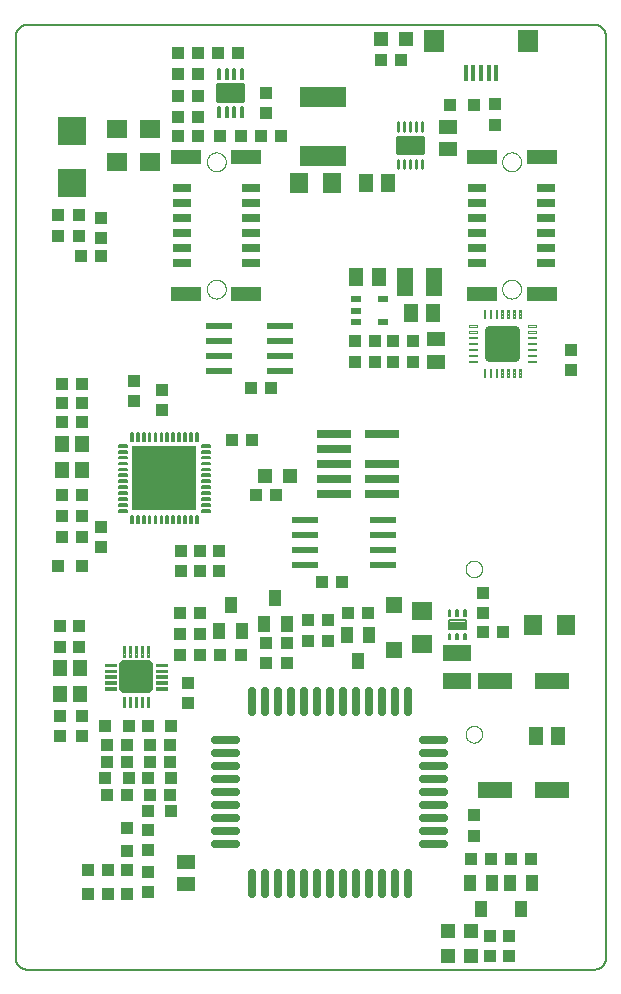
<source format=gtp>
G75*
%MOIN*%
%OFA0B0*%
%FSLAX25Y25*%
%IPPOS*%
%LPD*%
%AMOC8*
5,1,8,0,0,1.08239X$1,22.5*
%
%ADD10R,0.21260X0.21260*%
%ADD11C,0.00591*%
%ADD12R,0.08661X0.02362*%
%ADD13R,0.04331X0.03937*%
%ADD14R,0.03543X0.02362*%
%ADD15R,0.05118X0.05906*%
%ADD16R,0.05906X0.05118*%
%ADD17R,0.03937X0.04331*%
%ADD18R,0.05512X0.09449*%
%ADD19R,0.04724X0.04724*%
%ADD20C,0.00500*%
%ADD21R,0.05906X0.03150*%
%ADD22R,0.09843X0.04724*%
%ADD23C,0.00000*%
%ADD24R,0.04724X0.05512*%
%ADD25R,0.03937X0.03937*%
%ADD26R,0.01378X0.05512*%
%ADD27R,0.07087X0.07480*%
%ADD28C,0.02953*%
%ADD29C,0.00492*%
%ADD30C,0.02756*%
%ADD31R,0.11811X0.05512*%
%ADD32R,0.05512X0.05512*%
%ADD33R,0.03937X0.05512*%
%ADD34C,0.00709*%
%ADD35R,0.07087X0.06299*%
%ADD36R,0.06299X0.07087*%
%ADD37R,0.09449X0.05512*%
%ADD38C,0.03307*%
%ADD39C,0.00354*%
%ADD40R,0.11811X0.03150*%
%ADD41C,0.01299*%
%ADD42R,0.09449X0.09449*%
%ADD43R,0.15748X0.07087*%
%ADD44C,0.01624*%
%ADD45C,0.00984*%
D10*
X0054606Y0168780D03*
D11*
X0053327Y0181279D02*
X0053327Y0183839D01*
X0053917Y0183839D01*
X0053917Y0181279D01*
X0053327Y0181279D01*
X0053327Y0181869D02*
X0053917Y0181869D01*
X0053917Y0182459D02*
X0053327Y0182459D01*
X0053327Y0183049D02*
X0053917Y0183049D01*
X0053917Y0183639D02*
X0053327Y0183639D01*
X0051359Y0183839D02*
X0051359Y0181279D01*
X0051359Y0183839D02*
X0051949Y0183839D01*
X0051949Y0181279D01*
X0051359Y0181279D01*
X0051359Y0181869D02*
X0051949Y0181869D01*
X0051949Y0182459D02*
X0051359Y0182459D01*
X0051359Y0183049D02*
X0051949Y0183049D01*
X0051949Y0183639D02*
X0051359Y0183639D01*
X0049390Y0183839D02*
X0049390Y0181279D01*
X0049390Y0183839D02*
X0049980Y0183839D01*
X0049980Y0181279D01*
X0049390Y0181279D01*
X0049390Y0181869D02*
X0049980Y0181869D01*
X0049980Y0182459D02*
X0049390Y0182459D01*
X0049390Y0183049D02*
X0049980Y0183049D01*
X0049980Y0183639D02*
X0049390Y0183639D01*
X0047422Y0183839D02*
X0047422Y0181279D01*
X0047422Y0183839D02*
X0048012Y0183839D01*
X0048012Y0181279D01*
X0047422Y0181279D01*
X0047422Y0181869D02*
X0048012Y0181869D01*
X0048012Y0182459D02*
X0047422Y0182459D01*
X0047422Y0183049D02*
X0048012Y0183049D01*
X0048012Y0183639D02*
X0047422Y0183639D01*
X0045453Y0183839D02*
X0045453Y0181279D01*
X0045453Y0183839D02*
X0046043Y0183839D01*
X0046043Y0181279D01*
X0045453Y0181279D01*
X0045453Y0181869D02*
X0046043Y0181869D01*
X0046043Y0182459D02*
X0045453Y0182459D01*
X0045453Y0183049D02*
X0046043Y0183049D01*
X0046043Y0183639D02*
X0045453Y0183639D01*
X0043485Y0183839D02*
X0043485Y0181279D01*
X0043485Y0183839D02*
X0044075Y0183839D01*
X0044075Y0181279D01*
X0043485Y0181279D01*
X0043485Y0181869D02*
X0044075Y0181869D01*
X0044075Y0182459D02*
X0043485Y0182459D01*
X0043485Y0183049D02*
X0044075Y0183049D01*
X0044075Y0183639D02*
X0043485Y0183639D01*
X0042107Y0179311D02*
X0039547Y0179311D01*
X0039547Y0179901D01*
X0042107Y0179901D01*
X0042107Y0179311D01*
X0042107Y0179901D02*
X0039547Y0179901D01*
X0039547Y0177343D02*
X0042107Y0177343D01*
X0039547Y0177343D02*
X0039547Y0177933D01*
X0042107Y0177933D01*
X0042107Y0177343D01*
X0042107Y0177933D02*
X0039547Y0177933D01*
X0039547Y0175374D02*
X0042107Y0175374D01*
X0039547Y0175374D02*
X0039547Y0175964D01*
X0042107Y0175964D01*
X0042107Y0175374D01*
X0042107Y0175964D02*
X0039547Y0175964D01*
X0039547Y0173406D02*
X0042107Y0173406D01*
X0039547Y0173406D02*
X0039547Y0173996D01*
X0042107Y0173996D01*
X0042107Y0173406D01*
X0042107Y0173996D02*
X0039547Y0173996D01*
X0039547Y0171437D02*
X0042107Y0171437D01*
X0039547Y0171437D02*
X0039547Y0172027D01*
X0042107Y0172027D01*
X0042107Y0171437D01*
X0042107Y0172027D02*
X0039547Y0172027D01*
X0039547Y0169469D02*
X0042107Y0169469D01*
X0039547Y0169469D02*
X0039547Y0170059D01*
X0042107Y0170059D01*
X0042107Y0169469D01*
X0042107Y0170059D02*
X0039547Y0170059D01*
X0039547Y0167500D02*
X0042107Y0167500D01*
X0039547Y0167500D02*
X0039547Y0168090D01*
X0042107Y0168090D01*
X0042107Y0167500D01*
X0042107Y0168090D02*
X0039547Y0168090D01*
X0039547Y0165532D02*
X0042107Y0165532D01*
X0039547Y0165532D02*
X0039547Y0166122D01*
X0042107Y0166122D01*
X0042107Y0165532D01*
X0042107Y0166122D02*
X0039547Y0166122D01*
X0039547Y0163563D02*
X0042107Y0163563D01*
X0039547Y0163563D02*
X0039547Y0164153D01*
X0042107Y0164153D01*
X0042107Y0163563D01*
X0042107Y0164153D02*
X0039547Y0164153D01*
X0039547Y0161595D02*
X0042107Y0161595D01*
X0039547Y0161595D02*
X0039547Y0162185D01*
X0042107Y0162185D01*
X0042107Y0161595D01*
X0042107Y0162185D02*
X0039547Y0162185D01*
X0039547Y0159626D02*
X0042107Y0159626D01*
X0039547Y0159626D02*
X0039547Y0160216D01*
X0042107Y0160216D01*
X0042107Y0159626D01*
X0042107Y0160216D02*
X0039547Y0160216D01*
X0039547Y0157658D02*
X0042107Y0157658D01*
X0039547Y0157658D02*
X0039547Y0158248D01*
X0042107Y0158248D01*
X0042107Y0157658D01*
X0042107Y0158248D02*
X0039547Y0158248D01*
X0044075Y0156280D02*
X0044075Y0153720D01*
X0043485Y0153720D01*
X0043485Y0156280D01*
X0044075Y0156280D01*
X0044075Y0154310D02*
X0043485Y0154310D01*
X0043485Y0154900D02*
X0044075Y0154900D01*
X0044075Y0155490D02*
X0043485Y0155490D01*
X0043485Y0156080D02*
X0044075Y0156080D01*
X0046043Y0156280D02*
X0046043Y0153720D01*
X0045453Y0153720D01*
X0045453Y0156280D01*
X0046043Y0156280D01*
X0046043Y0154310D02*
X0045453Y0154310D01*
X0045453Y0154900D02*
X0046043Y0154900D01*
X0046043Y0155490D02*
X0045453Y0155490D01*
X0045453Y0156080D02*
X0046043Y0156080D01*
X0048012Y0156280D02*
X0048012Y0153720D01*
X0047422Y0153720D01*
X0047422Y0156280D01*
X0048012Y0156280D01*
X0048012Y0154310D02*
X0047422Y0154310D01*
X0047422Y0154900D02*
X0048012Y0154900D01*
X0048012Y0155490D02*
X0047422Y0155490D01*
X0047422Y0156080D02*
X0048012Y0156080D01*
X0049980Y0156280D02*
X0049980Y0153720D01*
X0049390Y0153720D01*
X0049390Y0156280D01*
X0049980Y0156280D01*
X0049980Y0154310D02*
X0049390Y0154310D01*
X0049390Y0154900D02*
X0049980Y0154900D01*
X0049980Y0155490D02*
X0049390Y0155490D01*
X0049390Y0156080D02*
X0049980Y0156080D01*
X0051949Y0156280D02*
X0051949Y0153720D01*
X0051359Y0153720D01*
X0051359Y0156280D01*
X0051949Y0156280D01*
X0051949Y0154310D02*
X0051359Y0154310D01*
X0051359Y0154900D02*
X0051949Y0154900D01*
X0051949Y0155490D02*
X0051359Y0155490D01*
X0051359Y0156080D02*
X0051949Y0156080D01*
X0053917Y0156280D02*
X0053917Y0153720D01*
X0053327Y0153720D01*
X0053327Y0156280D01*
X0053917Y0156280D01*
X0053917Y0154310D02*
X0053327Y0154310D01*
X0053327Y0154900D02*
X0053917Y0154900D01*
X0053917Y0155490D02*
X0053327Y0155490D01*
X0053327Y0156080D02*
X0053917Y0156080D01*
X0055886Y0156280D02*
X0055886Y0153720D01*
X0055296Y0153720D01*
X0055296Y0156280D01*
X0055886Y0156280D01*
X0055886Y0154310D02*
X0055296Y0154310D01*
X0055296Y0154900D02*
X0055886Y0154900D01*
X0055886Y0155490D02*
X0055296Y0155490D01*
X0055296Y0156080D02*
X0055886Y0156080D01*
X0057854Y0156280D02*
X0057854Y0153720D01*
X0057264Y0153720D01*
X0057264Y0156280D01*
X0057854Y0156280D01*
X0057854Y0154310D02*
X0057264Y0154310D01*
X0057264Y0154900D02*
X0057854Y0154900D01*
X0057854Y0155490D02*
X0057264Y0155490D01*
X0057264Y0156080D02*
X0057854Y0156080D01*
X0059823Y0156280D02*
X0059823Y0153720D01*
X0059233Y0153720D01*
X0059233Y0156280D01*
X0059823Y0156280D01*
X0059823Y0154310D02*
X0059233Y0154310D01*
X0059233Y0154900D02*
X0059823Y0154900D01*
X0059823Y0155490D02*
X0059233Y0155490D01*
X0059233Y0156080D02*
X0059823Y0156080D01*
X0061791Y0156280D02*
X0061791Y0153720D01*
X0061201Y0153720D01*
X0061201Y0156280D01*
X0061791Y0156280D01*
X0061791Y0154310D02*
X0061201Y0154310D01*
X0061201Y0154900D02*
X0061791Y0154900D01*
X0061791Y0155490D02*
X0061201Y0155490D01*
X0061201Y0156080D02*
X0061791Y0156080D01*
X0063760Y0156280D02*
X0063760Y0153720D01*
X0063170Y0153720D01*
X0063170Y0156280D01*
X0063760Y0156280D01*
X0063760Y0154310D02*
X0063170Y0154310D01*
X0063170Y0154900D02*
X0063760Y0154900D01*
X0063760Y0155490D02*
X0063170Y0155490D01*
X0063170Y0156080D02*
X0063760Y0156080D01*
X0065728Y0156280D02*
X0065728Y0153720D01*
X0065138Y0153720D01*
X0065138Y0156280D01*
X0065728Y0156280D01*
X0065728Y0154310D02*
X0065138Y0154310D01*
X0065138Y0154900D02*
X0065728Y0154900D01*
X0065728Y0155490D02*
X0065138Y0155490D01*
X0065138Y0156080D02*
X0065728Y0156080D01*
X0067106Y0158248D02*
X0069666Y0158248D01*
X0069666Y0157658D01*
X0067106Y0157658D01*
X0067106Y0158248D01*
X0069666Y0158248D01*
X0069666Y0160216D02*
X0067106Y0160216D01*
X0069666Y0160216D02*
X0069666Y0159626D01*
X0067106Y0159626D01*
X0067106Y0160216D01*
X0069666Y0160216D01*
X0069666Y0162185D02*
X0067106Y0162185D01*
X0069666Y0162185D02*
X0069666Y0161595D01*
X0067106Y0161595D01*
X0067106Y0162185D01*
X0069666Y0162185D01*
X0069666Y0164153D02*
X0067106Y0164153D01*
X0069666Y0164153D02*
X0069666Y0163563D01*
X0067106Y0163563D01*
X0067106Y0164153D01*
X0069666Y0164153D01*
X0069666Y0166122D02*
X0067106Y0166122D01*
X0069666Y0166122D02*
X0069666Y0165532D01*
X0067106Y0165532D01*
X0067106Y0166122D01*
X0069666Y0166122D01*
X0069666Y0168090D02*
X0067106Y0168090D01*
X0069666Y0168090D02*
X0069666Y0167500D01*
X0067106Y0167500D01*
X0067106Y0168090D01*
X0069666Y0168090D01*
X0069666Y0170059D02*
X0067106Y0170059D01*
X0069666Y0170059D02*
X0069666Y0169469D01*
X0067106Y0169469D01*
X0067106Y0170059D01*
X0069666Y0170059D01*
X0069666Y0172027D02*
X0067106Y0172027D01*
X0069666Y0172027D02*
X0069666Y0171437D01*
X0067106Y0171437D01*
X0067106Y0172027D01*
X0069666Y0172027D01*
X0069666Y0173996D02*
X0067106Y0173996D01*
X0069666Y0173996D02*
X0069666Y0173406D01*
X0067106Y0173406D01*
X0067106Y0173996D01*
X0069666Y0173996D01*
X0069666Y0175964D02*
X0067106Y0175964D01*
X0069666Y0175964D02*
X0069666Y0175374D01*
X0067106Y0175374D01*
X0067106Y0175964D01*
X0069666Y0175964D01*
X0069666Y0177933D02*
X0067106Y0177933D01*
X0069666Y0177933D02*
X0069666Y0177343D01*
X0067106Y0177343D01*
X0067106Y0177933D01*
X0069666Y0177933D01*
X0069666Y0179901D02*
X0067106Y0179901D01*
X0069666Y0179901D02*
X0069666Y0179311D01*
X0067106Y0179311D01*
X0067106Y0179901D01*
X0069666Y0179901D01*
X0065138Y0181279D02*
X0065138Y0183839D01*
X0065728Y0183839D01*
X0065728Y0181279D01*
X0065138Y0181279D01*
X0065138Y0181869D02*
X0065728Y0181869D01*
X0065728Y0182459D02*
X0065138Y0182459D01*
X0065138Y0183049D02*
X0065728Y0183049D01*
X0065728Y0183639D02*
X0065138Y0183639D01*
X0063170Y0183839D02*
X0063170Y0181279D01*
X0063170Y0183839D02*
X0063760Y0183839D01*
X0063760Y0181279D01*
X0063170Y0181279D01*
X0063170Y0181869D02*
X0063760Y0181869D01*
X0063760Y0182459D02*
X0063170Y0182459D01*
X0063170Y0183049D02*
X0063760Y0183049D01*
X0063760Y0183639D02*
X0063170Y0183639D01*
X0061201Y0183839D02*
X0061201Y0181279D01*
X0061201Y0183839D02*
X0061791Y0183839D01*
X0061791Y0181279D01*
X0061201Y0181279D01*
X0061201Y0181869D02*
X0061791Y0181869D01*
X0061791Y0182459D02*
X0061201Y0182459D01*
X0061201Y0183049D02*
X0061791Y0183049D01*
X0061791Y0183639D02*
X0061201Y0183639D01*
X0059233Y0183839D02*
X0059233Y0181279D01*
X0059233Y0183839D02*
X0059823Y0183839D01*
X0059823Y0181279D01*
X0059233Y0181279D01*
X0059233Y0181869D02*
X0059823Y0181869D01*
X0059823Y0182459D02*
X0059233Y0182459D01*
X0059233Y0183049D02*
X0059823Y0183049D01*
X0059823Y0183639D02*
X0059233Y0183639D01*
X0057264Y0183839D02*
X0057264Y0181279D01*
X0057264Y0183839D02*
X0057854Y0183839D01*
X0057854Y0181279D01*
X0057264Y0181279D01*
X0057264Y0181869D02*
X0057854Y0181869D01*
X0057854Y0182459D02*
X0057264Y0182459D01*
X0057264Y0183049D02*
X0057854Y0183049D01*
X0057854Y0183639D02*
X0057264Y0183639D01*
X0055296Y0183839D02*
X0055296Y0181279D01*
X0055296Y0183839D02*
X0055886Y0183839D01*
X0055886Y0181279D01*
X0055296Y0181279D01*
X0055296Y0181869D02*
X0055886Y0181869D01*
X0055886Y0182459D02*
X0055296Y0182459D01*
X0055296Y0183049D02*
X0055886Y0183049D01*
X0055886Y0183639D02*
X0055296Y0183639D01*
X0072520Y0289154D02*
X0073110Y0289154D01*
X0072520Y0289154D02*
X0072520Y0292500D01*
X0073110Y0292500D01*
X0073110Y0289154D01*
X0073110Y0289744D02*
X0072520Y0289744D01*
X0072520Y0290334D02*
X0073110Y0290334D01*
X0073110Y0290924D02*
X0072520Y0290924D01*
X0072520Y0291514D02*
X0073110Y0291514D01*
X0073110Y0292104D02*
X0072520Y0292104D01*
X0075079Y0289154D02*
X0075669Y0289154D01*
X0075079Y0289154D02*
X0075079Y0292500D01*
X0075669Y0292500D01*
X0075669Y0289154D01*
X0075669Y0289744D02*
X0075079Y0289744D01*
X0075079Y0290334D02*
X0075669Y0290334D01*
X0075669Y0290924D02*
X0075079Y0290924D01*
X0075079Y0291514D02*
X0075669Y0291514D01*
X0075669Y0292104D02*
X0075079Y0292104D01*
X0077638Y0289154D02*
X0078228Y0289154D01*
X0077638Y0289154D02*
X0077638Y0292500D01*
X0078228Y0292500D01*
X0078228Y0289154D01*
X0078228Y0289744D02*
X0077638Y0289744D01*
X0077638Y0290334D02*
X0078228Y0290334D01*
X0078228Y0290924D02*
X0077638Y0290924D01*
X0077638Y0291514D02*
X0078228Y0291514D01*
X0078228Y0292104D02*
X0077638Y0292104D01*
X0080197Y0289154D02*
X0080787Y0289154D01*
X0080197Y0289154D02*
X0080197Y0292500D01*
X0080787Y0292500D01*
X0080787Y0289154D01*
X0080787Y0289744D02*
X0080197Y0289744D01*
X0080197Y0290334D02*
X0080787Y0290334D01*
X0080787Y0290924D02*
X0080197Y0290924D01*
X0080197Y0291514D02*
X0080787Y0291514D01*
X0080787Y0292104D02*
X0080197Y0292104D01*
X0080197Y0301752D02*
X0080787Y0301752D01*
X0080197Y0301752D02*
X0080197Y0305098D01*
X0080787Y0305098D01*
X0080787Y0301752D01*
X0080787Y0302342D02*
X0080197Y0302342D01*
X0080197Y0302932D02*
X0080787Y0302932D01*
X0080787Y0303522D02*
X0080197Y0303522D01*
X0080197Y0304112D02*
X0080787Y0304112D01*
X0080787Y0304702D02*
X0080197Y0304702D01*
X0078228Y0301752D02*
X0077638Y0301752D01*
X0077638Y0305098D01*
X0078228Y0305098D01*
X0078228Y0301752D01*
X0078228Y0302342D02*
X0077638Y0302342D01*
X0077638Y0302932D02*
X0078228Y0302932D01*
X0078228Y0303522D02*
X0077638Y0303522D01*
X0077638Y0304112D02*
X0078228Y0304112D01*
X0078228Y0304702D02*
X0077638Y0304702D01*
X0075669Y0301752D02*
X0075079Y0301752D01*
X0075079Y0305098D01*
X0075669Y0305098D01*
X0075669Y0301752D01*
X0075669Y0302342D02*
X0075079Y0302342D01*
X0075079Y0302932D02*
X0075669Y0302932D01*
X0075669Y0303522D02*
X0075079Y0303522D01*
X0075079Y0304112D02*
X0075669Y0304112D01*
X0075669Y0304702D02*
X0075079Y0304702D01*
X0073110Y0301752D02*
X0072520Y0301752D01*
X0072520Y0305098D01*
X0073110Y0305098D01*
X0073110Y0301752D01*
X0073110Y0302342D02*
X0072520Y0302342D01*
X0072520Y0302932D02*
X0073110Y0302932D01*
X0073110Y0303522D02*
X0072520Y0303522D01*
X0072520Y0304112D02*
X0073110Y0304112D01*
X0073110Y0304702D02*
X0072520Y0304702D01*
X0149390Y0124784D02*
X0149980Y0124784D01*
X0149980Y0123012D01*
X0149390Y0123012D01*
X0149390Y0124784D01*
X0149390Y0123602D02*
X0149980Y0123602D01*
X0149980Y0124192D02*
X0149390Y0124192D01*
X0149390Y0124782D02*
X0149980Y0124782D01*
X0151949Y0124784D02*
X0152539Y0124784D01*
X0152539Y0123012D01*
X0151949Y0123012D01*
X0151949Y0124784D01*
X0151949Y0123602D02*
X0152539Y0123602D01*
X0152539Y0124192D02*
X0151949Y0124192D01*
X0151949Y0124782D02*
X0152539Y0124782D01*
X0154508Y0124784D02*
X0155098Y0124784D01*
X0155098Y0123012D01*
X0154508Y0123012D01*
X0154508Y0124784D01*
X0154508Y0123602D02*
X0155098Y0123602D01*
X0155098Y0124192D02*
X0154508Y0124192D01*
X0154508Y0124782D02*
X0155098Y0124782D01*
X0155098Y0116910D02*
X0154508Y0116910D01*
X0155098Y0116910D02*
X0155098Y0115138D01*
X0154508Y0115138D01*
X0154508Y0116910D01*
X0154508Y0115728D02*
X0155098Y0115728D01*
X0155098Y0116318D02*
X0154508Y0116318D01*
X0154508Y0116908D02*
X0155098Y0116908D01*
X0152539Y0116910D02*
X0151949Y0116910D01*
X0152539Y0116910D02*
X0152539Y0115138D01*
X0151949Y0115138D01*
X0151949Y0116910D01*
X0151949Y0115728D02*
X0152539Y0115728D01*
X0152539Y0116318D02*
X0151949Y0116318D01*
X0151949Y0116908D02*
X0152539Y0116908D01*
X0149980Y0116910D02*
X0149390Y0116910D01*
X0149980Y0116910D02*
X0149980Y0115138D01*
X0149390Y0115138D01*
X0149390Y0116910D01*
X0149390Y0115728D02*
X0149980Y0115728D01*
X0149980Y0116318D02*
X0149390Y0116318D01*
X0149390Y0116908D02*
X0149980Y0116908D01*
D12*
X0127559Y0140020D03*
X0127559Y0145020D03*
X0127559Y0150020D03*
X0127559Y0155020D03*
X0101339Y0155020D03*
X0101339Y0150020D03*
X0101339Y0145020D03*
X0101339Y0140020D03*
X0093189Y0204587D03*
X0093189Y0209587D03*
X0093189Y0214587D03*
X0093189Y0219587D03*
X0072717Y0219587D03*
X0072717Y0214587D03*
X0072717Y0209587D03*
X0072717Y0204587D03*
D13*
X0083543Y0198701D03*
X0090236Y0198701D03*
X0083937Y0181378D03*
X0077244Y0181378D03*
X0053819Y0191417D03*
X0053819Y0198110D03*
X0027244Y0200276D03*
X0027244Y0193976D03*
X0027244Y0187677D03*
X0020551Y0187677D03*
X0020551Y0193976D03*
X0020551Y0200276D03*
X0020551Y0163268D03*
X0027244Y0163268D03*
X0027244Y0156181D03*
X0020551Y0156181D03*
X0020551Y0149094D03*
X0027244Y0149094D03*
X0033346Y0145748D03*
X0033346Y0152441D03*
X0059921Y0123898D03*
X0059921Y0116811D03*
X0059921Y0109724D03*
X0066614Y0109724D03*
X0066614Y0116811D03*
X0066614Y0123898D03*
X0088465Y0113858D03*
X0088465Y0107165D03*
X0095551Y0107165D03*
X0095551Y0113858D03*
X0102441Y0114449D03*
X0109134Y0114449D03*
X0109134Y0121535D03*
X0102441Y0121535D03*
X0107165Y0134134D03*
X0113858Y0134134D03*
X0160906Y0130394D03*
X0160906Y0123701D03*
X0137480Y0214449D03*
X0130787Y0214449D03*
X0124882Y0214449D03*
X0118189Y0214449D03*
X0080000Y0282953D03*
X0073307Y0282953D03*
X0065827Y0282953D03*
X0059134Y0282953D03*
X0033346Y0255591D03*
X0033346Y0248898D03*
X0026260Y0249685D03*
X0026260Y0256378D03*
X0019173Y0256378D03*
X0019173Y0249685D03*
X0035512Y0079803D03*
X0035512Y0074291D03*
X0042205Y0074291D03*
X0042205Y0079803D03*
X0049685Y0079803D03*
X0049685Y0074291D03*
X0056378Y0074291D03*
X0056378Y0079803D03*
X0056378Y0063268D03*
X0049685Y0063268D03*
X0042205Y0063268D03*
X0035512Y0063268D03*
X0035906Y0038071D03*
X0035906Y0030197D03*
X0029213Y0030197D03*
X0029213Y0038071D03*
X0163268Y0016220D03*
X0169567Y0016220D03*
X0169567Y0009528D03*
X0163268Y0009528D03*
D14*
X0127638Y0220945D03*
X0127638Y0228425D03*
X0118583Y0228425D03*
X0118583Y0224685D03*
X0118583Y0220945D03*
D15*
X0118583Y0235709D03*
X0126063Y0235709D03*
X0136693Y0223898D03*
X0144173Y0223898D03*
X0129213Y0267205D03*
X0121732Y0267205D03*
X0178425Y0082953D03*
X0185906Y0082953D03*
D16*
X0145157Y0207559D03*
X0145157Y0215039D03*
X0149094Y0278425D03*
X0149094Y0285906D03*
X0061693Y0041024D03*
X0061693Y0033543D03*
D17*
X0049094Y0030787D03*
X0049094Y0037480D03*
X0049094Y0044961D03*
X0049094Y0051654D03*
X0027047Y0082756D03*
X0027047Y0089449D03*
X0019961Y0089449D03*
X0019961Y0082756D03*
X0019961Y0112677D03*
X0019961Y0119370D03*
X0026260Y0119370D03*
X0026260Y0112677D03*
X0060118Y0137874D03*
X0060118Y0144567D03*
X0066417Y0144567D03*
X0072717Y0144567D03*
X0072717Y0137874D03*
X0066417Y0137874D03*
X0073307Y0109724D03*
X0080000Y0109724D03*
X0062480Y0100472D03*
X0062480Y0093780D03*
X0115827Y0123898D03*
X0122520Y0123898D03*
X0091811Y0163268D03*
X0085118Y0163268D03*
X0118189Y0207362D03*
X0124882Y0207362D03*
X0130787Y0207362D03*
X0137480Y0207362D03*
X0190039Y0204803D03*
X0190039Y0211496D03*
X0164843Y0286693D03*
X0164843Y0293386D03*
X0133543Y0308150D03*
X0126850Y0308150D03*
X0093386Y0282953D03*
X0086693Y0282953D03*
X0088465Y0290630D03*
X0088465Y0297323D03*
X0079213Y0310512D03*
X0072520Y0310512D03*
X0065827Y0310512D03*
X0059134Y0310512D03*
X0059134Y0303425D03*
X0065827Y0303425D03*
X0065827Y0296339D03*
X0059134Y0296339D03*
X0059134Y0289252D03*
X0065827Y0289252D03*
X0033543Y0242795D03*
X0026850Y0242795D03*
X0044370Y0201260D03*
X0044370Y0194567D03*
X0157756Y0056378D03*
X0157756Y0049685D03*
X0156772Y0042008D03*
X0163465Y0042008D03*
X0170157Y0042008D03*
X0176850Y0042008D03*
X0167402Y0117598D03*
X0160709Y0117598D03*
D18*
X0144370Y0234134D03*
X0134921Y0234134D03*
D19*
X0096535Y0169567D03*
X0088268Y0169567D03*
X0126850Y0315236D03*
X0135118Y0315236D03*
X0149094Y0017795D03*
X0156969Y0017795D03*
X0156969Y0009528D03*
X0149094Y0009528D03*
D20*
X0005000Y0008937D02*
X0005000Y0316024D01*
X0005002Y0316148D01*
X0005008Y0316271D01*
X0005017Y0316395D01*
X0005031Y0316517D01*
X0005048Y0316640D01*
X0005070Y0316762D01*
X0005095Y0316883D01*
X0005124Y0317003D01*
X0005156Y0317122D01*
X0005193Y0317241D01*
X0005233Y0317358D01*
X0005276Y0317473D01*
X0005324Y0317588D01*
X0005375Y0317700D01*
X0005429Y0317811D01*
X0005487Y0317921D01*
X0005548Y0318028D01*
X0005613Y0318134D01*
X0005681Y0318237D01*
X0005752Y0318338D01*
X0005826Y0318437D01*
X0005903Y0318534D01*
X0005984Y0318628D01*
X0006067Y0318719D01*
X0006153Y0318808D01*
X0006242Y0318894D01*
X0006333Y0318977D01*
X0006427Y0319058D01*
X0006524Y0319135D01*
X0006623Y0319209D01*
X0006724Y0319280D01*
X0006827Y0319348D01*
X0006933Y0319413D01*
X0007040Y0319474D01*
X0007150Y0319532D01*
X0007261Y0319586D01*
X0007373Y0319637D01*
X0007488Y0319685D01*
X0007603Y0319728D01*
X0007720Y0319768D01*
X0007839Y0319805D01*
X0007958Y0319837D01*
X0008078Y0319866D01*
X0008199Y0319891D01*
X0008321Y0319913D01*
X0008444Y0319930D01*
X0008566Y0319944D01*
X0008690Y0319953D01*
X0008813Y0319959D01*
X0008937Y0319961D01*
X0197913Y0319961D01*
X0198037Y0319959D01*
X0198160Y0319953D01*
X0198284Y0319944D01*
X0198406Y0319930D01*
X0198529Y0319913D01*
X0198651Y0319891D01*
X0198772Y0319866D01*
X0198892Y0319837D01*
X0199011Y0319805D01*
X0199130Y0319768D01*
X0199247Y0319728D01*
X0199362Y0319685D01*
X0199477Y0319637D01*
X0199589Y0319586D01*
X0199700Y0319532D01*
X0199810Y0319474D01*
X0199917Y0319413D01*
X0200023Y0319348D01*
X0200126Y0319280D01*
X0200227Y0319209D01*
X0200326Y0319135D01*
X0200423Y0319058D01*
X0200517Y0318977D01*
X0200608Y0318894D01*
X0200697Y0318808D01*
X0200783Y0318719D01*
X0200866Y0318628D01*
X0200947Y0318534D01*
X0201024Y0318437D01*
X0201098Y0318338D01*
X0201169Y0318237D01*
X0201237Y0318134D01*
X0201302Y0318028D01*
X0201363Y0317921D01*
X0201421Y0317811D01*
X0201475Y0317700D01*
X0201526Y0317588D01*
X0201574Y0317473D01*
X0201617Y0317358D01*
X0201657Y0317241D01*
X0201694Y0317122D01*
X0201726Y0317003D01*
X0201755Y0316883D01*
X0201780Y0316762D01*
X0201802Y0316640D01*
X0201819Y0316517D01*
X0201833Y0316395D01*
X0201842Y0316271D01*
X0201848Y0316148D01*
X0201850Y0316024D01*
X0201850Y0008937D01*
X0201848Y0008813D01*
X0201842Y0008690D01*
X0201833Y0008566D01*
X0201819Y0008444D01*
X0201802Y0008321D01*
X0201780Y0008199D01*
X0201755Y0008078D01*
X0201726Y0007958D01*
X0201694Y0007839D01*
X0201657Y0007720D01*
X0201617Y0007603D01*
X0201574Y0007488D01*
X0201526Y0007373D01*
X0201475Y0007261D01*
X0201421Y0007150D01*
X0201363Y0007040D01*
X0201302Y0006933D01*
X0201237Y0006827D01*
X0201169Y0006724D01*
X0201098Y0006623D01*
X0201024Y0006524D01*
X0200947Y0006427D01*
X0200866Y0006333D01*
X0200783Y0006242D01*
X0200697Y0006153D01*
X0200608Y0006067D01*
X0200517Y0005984D01*
X0200423Y0005903D01*
X0200326Y0005826D01*
X0200227Y0005752D01*
X0200126Y0005681D01*
X0200023Y0005613D01*
X0199917Y0005548D01*
X0199810Y0005487D01*
X0199700Y0005429D01*
X0199589Y0005375D01*
X0199477Y0005324D01*
X0199362Y0005276D01*
X0199247Y0005233D01*
X0199130Y0005193D01*
X0199011Y0005156D01*
X0198892Y0005124D01*
X0198772Y0005095D01*
X0198651Y0005070D01*
X0198529Y0005048D01*
X0198406Y0005031D01*
X0198284Y0005017D01*
X0198160Y0005008D01*
X0198037Y0005002D01*
X0197913Y0005000D01*
X0008937Y0005000D01*
X0008813Y0005002D01*
X0008690Y0005008D01*
X0008566Y0005017D01*
X0008444Y0005031D01*
X0008321Y0005048D01*
X0008199Y0005070D01*
X0008078Y0005095D01*
X0007958Y0005124D01*
X0007839Y0005156D01*
X0007720Y0005193D01*
X0007603Y0005233D01*
X0007488Y0005276D01*
X0007373Y0005324D01*
X0007261Y0005375D01*
X0007150Y0005429D01*
X0007040Y0005487D01*
X0006933Y0005548D01*
X0006827Y0005613D01*
X0006724Y0005681D01*
X0006623Y0005752D01*
X0006524Y0005826D01*
X0006427Y0005903D01*
X0006333Y0005984D01*
X0006242Y0006067D01*
X0006153Y0006153D01*
X0006067Y0006242D01*
X0005984Y0006333D01*
X0005903Y0006427D01*
X0005826Y0006524D01*
X0005752Y0006623D01*
X0005681Y0006724D01*
X0005613Y0006827D01*
X0005548Y0006933D01*
X0005487Y0007040D01*
X0005429Y0007150D01*
X0005375Y0007261D01*
X0005324Y0007373D01*
X0005276Y0007488D01*
X0005233Y0007603D01*
X0005193Y0007720D01*
X0005156Y0007839D01*
X0005124Y0007958D01*
X0005095Y0008078D01*
X0005070Y0008199D01*
X0005048Y0008321D01*
X0005031Y0008444D01*
X0005017Y0008566D01*
X0005008Y0008690D01*
X0005002Y0008813D01*
X0005000Y0008937D01*
D21*
X0060315Y0240492D03*
X0060315Y0245492D03*
X0060315Y0250492D03*
X0060315Y0255492D03*
X0060315Y0260492D03*
X0060315Y0265492D03*
X0083543Y0265492D03*
X0083543Y0260492D03*
X0083543Y0255492D03*
X0083543Y0250492D03*
X0083543Y0245492D03*
X0083543Y0240492D03*
X0158740Y0240492D03*
X0158740Y0245492D03*
X0158740Y0250492D03*
X0158740Y0255492D03*
X0158740Y0260492D03*
X0158740Y0265492D03*
X0181969Y0265492D03*
X0181969Y0260492D03*
X0181969Y0255492D03*
X0181969Y0250492D03*
X0181969Y0245492D03*
X0181969Y0240492D03*
D22*
X0180394Y0230197D03*
X0160315Y0230197D03*
X0160315Y0275866D03*
X0180394Y0275866D03*
X0081969Y0275866D03*
X0061890Y0275866D03*
X0061890Y0230197D03*
X0081969Y0230197D03*
D23*
X0068779Y0231831D02*
X0068781Y0231943D01*
X0068787Y0232054D01*
X0068797Y0232166D01*
X0068811Y0232277D01*
X0068828Y0232387D01*
X0068850Y0232497D01*
X0068876Y0232606D01*
X0068905Y0232714D01*
X0068938Y0232820D01*
X0068975Y0232926D01*
X0069016Y0233030D01*
X0069061Y0233133D01*
X0069109Y0233234D01*
X0069160Y0233333D01*
X0069215Y0233430D01*
X0069274Y0233525D01*
X0069335Y0233619D01*
X0069400Y0233710D01*
X0069469Y0233798D01*
X0069540Y0233884D01*
X0069614Y0233968D01*
X0069692Y0234048D01*
X0069772Y0234126D01*
X0069855Y0234202D01*
X0069940Y0234274D01*
X0070028Y0234343D01*
X0070118Y0234409D01*
X0070211Y0234471D01*
X0070306Y0234531D01*
X0070403Y0234587D01*
X0070501Y0234639D01*
X0070602Y0234688D01*
X0070704Y0234733D01*
X0070808Y0234775D01*
X0070913Y0234813D01*
X0071020Y0234847D01*
X0071127Y0234877D01*
X0071236Y0234904D01*
X0071345Y0234926D01*
X0071456Y0234945D01*
X0071566Y0234960D01*
X0071678Y0234971D01*
X0071789Y0234978D01*
X0071901Y0234981D01*
X0072013Y0234980D01*
X0072125Y0234975D01*
X0072236Y0234966D01*
X0072347Y0234953D01*
X0072458Y0234936D01*
X0072568Y0234916D01*
X0072677Y0234891D01*
X0072785Y0234863D01*
X0072892Y0234830D01*
X0072998Y0234794D01*
X0073102Y0234754D01*
X0073205Y0234711D01*
X0073307Y0234664D01*
X0073406Y0234613D01*
X0073504Y0234559D01*
X0073600Y0234501D01*
X0073694Y0234440D01*
X0073785Y0234376D01*
X0073874Y0234309D01*
X0073961Y0234238D01*
X0074045Y0234164D01*
X0074127Y0234088D01*
X0074205Y0234008D01*
X0074281Y0233926D01*
X0074354Y0233841D01*
X0074424Y0233754D01*
X0074490Y0233664D01*
X0074554Y0233572D01*
X0074614Y0233478D01*
X0074671Y0233382D01*
X0074724Y0233283D01*
X0074774Y0233183D01*
X0074820Y0233082D01*
X0074863Y0232978D01*
X0074902Y0232873D01*
X0074937Y0232767D01*
X0074968Y0232660D01*
X0074996Y0232551D01*
X0075019Y0232442D01*
X0075039Y0232332D01*
X0075055Y0232221D01*
X0075067Y0232110D01*
X0075075Y0231999D01*
X0075079Y0231887D01*
X0075079Y0231775D01*
X0075075Y0231663D01*
X0075067Y0231552D01*
X0075055Y0231441D01*
X0075039Y0231330D01*
X0075019Y0231220D01*
X0074996Y0231111D01*
X0074968Y0231002D01*
X0074937Y0230895D01*
X0074902Y0230789D01*
X0074863Y0230684D01*
X0074820Y0230580D01*
X0074774Y0230479D01*
X0074724Y0230379D01*
X0074671Y0230280D01*
X0074614Y0230184D01*
X0074554Y0230090D01*
X0074490Y0229998D01*
X0074424Y0229908D01*
X0074354Y0229821D01*
X0074281Y0229736D01*
X0074205Y0229654D01*
X0074127Y0229574D01*
X0074045Y0229498D01*
X0073961Y0229424D01*
X0073874Y0229353D01*
X0073785Y0229286D01*
X0073694Y0229222D01*
X0073600Y0229161D01*
X0073504Y0229103D01*
X0073406Y0229049D01*
X0073307Y0228998D01*
X0073205Y0228951D01*
X0073102Y0228908D01*
X0072998Y0228868D01*
X0072892Y0228832D01*
X0072785Y0228799D01*
X0072677Y0228771D01*
X0072568Y0228746D01*
X0072458Y0228726D01*
X0072347Y0228709D01*
X0072236Y0228696D01*
X0072125Y0228687D01*
X0072013Y0228682D01*
X0071901Y0228681D01*
X0071789Y0228684D01*
X0071678Y0228691D01*
X0071566Y0228702D01*
X0071456Y0228717D01*
X0071345Y0228736D01*
X0071236Y0228758D01*
X0071127Y0228785D01*
X0071020Y0228815D01*
X0070913Y0228849D01*
X0070808Y0228887D01*
X0070704Y0228929D01*
X0070602Y0228974D01*
X0070501Y0229023D01*
X0070403Y0229075D01*
X0070306Y0229131D01*
X0070211Y0229191D01*
X0070118Y0229253D01*
X0070028Y0229319D01*
X0069940Y0229388D01*
X0069855Y0229460D01*
X0069772Y0229536D01*
X0069692Y0229614D01*
X0069614Y0229694D01*
X0069540Y0229778D01*
X0069469Y0229864D01*
X0069400Y0229952D01*
X0069335Y0230043D01*
X0069274Y0230137D01*
X0069215Y0230232D01*
X0069160Y0230329D01*
X0069109Y0230428D01*
X0069061Y0230529D01*
X0069016Y0230632D01*
X0068975Y0230736D01*
X0068938Y0230842D01*
X0068905Y0230948D01*
X0068876Y0231056D01*
X0068850Y0231165D01*
X0068828Y0231275D01*
X0068811Y0231385D01*
X0068797Y0231496D01*
X0068787Y0231608D01*
X0068781Y0231719D01*
X0068779Y0231831D01*
X0068779Y0274232D02*
X0068781Y0274344D01*
X0068787Y0274455D01*
X0068797Y0274567D01*
X0068811Y0274678D01*
X0068828Y0274788D01*
X0068850Y0274898D01*
X0068876Y0275007D01*
X0068905Y0275115D01*
X0068938Y0275221D01*
X0068975Y0275327D01*
X0069016Y0275431D01*
X0069061Y0275534D01*
X0069109Y0275635D01*
X0069160Y0275734D01*
X0069215Y0275831D01*
X0069274Y0275926D01*
X0069335Y0276020D01*
X0069400Y0276111D01*
X0069469Y0276199D01*
X0069540Y0276285D01*
X0069614Y0276369D01*
X0069692Y0276449D01*
X0069772Y0276527D01*
X0069855Y0276603D01*
X0069940Y0276675D01*
X0070028Y0276744D01*
X0070118Y0276810D01*
X0070211Y0276872D01*
X0070306Y0276932D01*
X0070403Y0276988D01*
X0070501Y0277040D01*
X0070602Y0277089D01*
X0070704Y0277134D01*
X0070808Y0277176D01*
X0070913Y0277214D01*
X0071020Y0277248D01*
X0071127Y0277278D01*
X0071236Y0277305D01*
X0071345Y0277327D01*
X0071456Y0277346D01*
X0071566Y0277361D01*
X0071678Y0277372D01*
X0071789Y0277379D01*
X0071901Y0277382D01*
X0072013Y0277381D01*
X0072125Y0277376D01*
X0072236Y0277367D01*
X0072347Y0277354D01*
X0072458Y0277337D01*
X0072568Y0277317D01*
X0072677Y0277292D01*
X0072785Y0277264D01*
X0072892Y0277231D01*
X0072998Y0277195D01*
X0073102Y0277155D01*
X0073205Y0277112D01*
X0073307Y0277065D01*
X0073406Y0277014D01*
X0073504Y0276960D01*
X0073600Y0276902D01*
X0073694Y0276841D01*
X0073785Y0276777D01*
X0073874Y0276710D01*
X0073961Y0276639D01*
X0074045Y0276565D01*
X0074127Y0276489D01*
X0074205Y0276409D01*
X0074281Y0276327D01*
X0074354Y0276242D01*
X0074424Y0276155D01*
X0074490Y0276065D01*
X0074554Y0275973D01*
X0074614Y0275879D01*
X0074671Y0275783D01*
X0074724Y0275684D01*
X0074774Y0275584D01*
X0074820Y0275483D01*
X0074863Y0275379D01*
X0074902Y0275274D01*
X0074937Y0275168D01*
X0074968Y0275061D01*
X0074996Y0274952D01*
X0075019Y0274843D01*
X0075039Y0274733D01*
X0075055Y0274622D01*
X0075067Y0274511D01*
X0075075Y0274400D01*
X0075079Y0274288D01*
X0075079Y0274176D01*
X0075075Y0274064D01*
X0075067Y0273953D01*
X0075055Y0273842D01*
X0075039Y0273731D01*
X0075019Y0273621D01*
X0074996Y0273512D01*
X0074968Y0273403D01*
X0074937Y0273296D01*
X0074902Y0273190D01*
X0074863Y0273085D01*
X0074820Y0272981D01*
X0074774Y0272880D01*
X0074724Y0272780D01*
X0074671Y0272681D01*
X0074614Y0272585D01*
X0074554Y0272491D01*
X0074490Y0272399D01*
X0074424Y0272309D01*
X0074354Y0272222D01*
X0074281Y0272137D01*
X0074205Y0272055D01*
X0074127Y0271975D01*
X0074045Y0271899D01*
X0073961Y0271825D01*
X0073874Y0271754D01*
X0073785Y0271687D01*
X0073694Y0271623D01*
X0073600Y0271562D01*
X0073504Y0271504D01*
X0073406Y0271450D01*
X0073307Y0271399D01*
X0073205Y0271352D01*
X0073102Y0271309D01*
X0072998Y0271269D01*
X0072892Y0271233D01*
X0072785Y0271200D01*
X0072677Y0271172D01*
X0072568Y0271147D01*
X0072458Y0271127D01*
X0072347Y0271110D01*
X0072236Y0271097D01*
X0072125Y0271088D01*
X0072013Y0271083D01*
X0071901Y0271082D01*
X0071789Y0271085D01*
X0071678Y0271092D01*
X0071566Y0271103D01*
X0071456Y0271118D01*
X0071345Y0271137D01*
X0071236Y0271159D01*
X0071127Y0271186D01*
X0071020Y0271216D01*
X0070913Y0271250D01*
X0070808Y0271288D01*
X0070704Y0271330D01*
X0070602Y0271375D01*
X0070501Y0271424D01*
X0070403Y0271476D01*
X0070306Y0271532D01*
X0070211Y0271592D01*
X0070118Y0271654D01*
X0070028Y0271720D01*
X0069940Y0271789D01*
X0069855Y0271861D01*
X0069772Y0271937D01*
X0069692Y0272015D01*
X0069614Y0272095D01*
X0069540Y0272179D01*
X0069469Y0272265D01*
X0069400Y0272353D01*
X0069335Y0272444D01*
X0069274Y0272538D01*
X0069215Y0272633D01*
X0069160Y0272730D01*
X0069109Y0272829D01*
X0069061Y0272930D01*
X0069016Y0273033D01*
X0068975Y0273137D01*
X0068938Y0273243D01*
X0068905Y0273349D01*
X0068876Y0273457D01*
X0068850Y0273566D01*
X0068828Y0273676D01*
X0068811Y0273786D01*
X0068797Y0273897D01*
X0068787Y0274009D01*
X0068781Y0274120D01*
X0068779Y0274232D01*
X0167204Y0274232D02*
X0167206Y0274344D01*
X0167212Y0274455D01*
X0167222Y0274567D01*
X0167236Y0274678D01*
X0167253Y0274788D01*
X0167275Y0274898D01*
X0167301Y0275007D01*
X0167330Y0275115D01*
X0167363Y0275221D01*
X0167400Y0275327D01*
X0167441Y0275431D01*
X0167486Y0275534D01*
X0167534Y0275635D01*
X0167585Y0275734D01*
X0167640Y0275831D01*
X0167699Y0275926D01*
X0167760Y0276020D01*
X0167825Y0276111D01*
X0167894Y0276199D01*
X0167965Y0276285D01*
X0168039Y0276369D01*
X0168117Y0276449D01*
X0168197Y0276527D01*
X0168280Y0276603D01*
X0168365Y0276675D01*
X0168453Y0276744D01*
X0168543Y0276810D01*
X0168636Y0276872D01*
X0168731Y0276932D01*
X0168828Y0276988D01*
X0168926Y0277040D01*
X0169027Y0277089D01*
X0169129Y0277134D01*
X0169233Y0277176D01*
X0169338Y0277214D01*
X0169445Y0277248D01*
X0169552Y0277278D01*
X0169661Y0277305D01*
X0169770Y0277327D01*
X0169881Y0277346D01*
X0169991Y0277361D01*
X0170103Y0277372D01*
X0170214Y0277379D01*
X0170326Y0277382D01*
X0170438Y0277381D01*
X0170550Y0277376D01*
X0170661Y0277367D01*
X0170772Y0277354D01*
X0170883Y0277337D01*
X0170993Y0277317D01*
X0171102Y0277292D01*
X0171210Y0277264D01*
X0171317Y0277231D01*
X0171423Y0277195D01*
X0171527Y0277155D01*
X0171630Y0277112D01*
X0171732Y0277065D01*
X0171831Y0277014D01*
X0171929Y0276960D01*
X0172025Y0276902D01*
X0172119Y0276841D01*
X0172210Y0276777D01*
X0172299Y0276710D01*
X0172386Y0276639D01*
X0172470Y0276565D01*
X0172552Y0276489D01*
X0172630Y0276409D01*
X0172706Y0276327D01*
X0172779Y0276242D01*
X0172849Y0276155D01*
X0172915Y0276065D01*
X0172979Y0275973D01*
X0173039Y0275879D01*
X0173096Y0275783D01*
X0173149Y0275684D01*
X0173199Y0275584D01*
X0173245Y0275483D01*
X0173288Y0275379D01*
X0173327Y0275274D01*
X0173362Y0275168D01*
X0173393Y0275061D01*
X0173421Y0274952D01*
X0173444Y0274843D01*
X0173464Y0274733D01*
X0173480Y0274622D01*
X0173492Y0274511D01*
X0173500Y0274400D01*
X0173504Y0274288D01*
X0173504Y0274176D01*
X0173500Y0274064D01*
X0173492Y0273953D01*
X0173480Y0273842D01*
X0173464Y0273731D01*
X0173444Y0273621D01*
X0173421Y0273512D01*
X0173393Y0273403D01*
X0173362Y0273296D01*
X0173327Y0273190D01*
X0173288Y0273085D01*
X0173245Y0272981D01*
X0173199Y0272880D01*
X0173149Y0272780D01*
X0173096Y0272681D01*
X0173039Y0272585D01*
X0172979Y0272491D01*
X0172915Y0272399D01*
X0172849Y0272309D01*
X0172779Y0272222D01*
X0172706Y0272137D01*
X0172630Y0272055D01*
X0172552Y0271975D01*
X0172470Y0271899D01*
X0172386Y0271825D01*
X0172299Y0271754D01*
X0172210Y0271687D01*
X0172119Y0271623D01*
X0172025Y0271562D01*
X0171929Y0271504D01*
X0171831Y0271450D01*
X0171732Y0271399D01*
X0171630Y0271352D01*
X0171527Y0271309D01*
X0171423Y0271269D01*
X0171317Y0271233D01*
X0171210Y0271200D01*
X0171102Y0271172D01*
X0170993Y0271147D01*
X0170883Y0271127D01*
X0170772Y0271110D01*
X0170661Y0271097D01*
X0170550Y0271088D01*
X0170438Y0271083D01*
X0170326Y0271082D01*
X0170214Y0271085D01*
X0170103Y0271092D01*
X0169991Y0271103D01*
X0169881Y0271118D01*
X0169770Y0271137D01*
X0169661Y0271159D01*
X0169552Y0271186D01*
X0169445Y0271216D01*
X0169338Y0271250D01*
X0169233Y0271288D01*
X0169129Y0271330D01*
X0169027Y0271375D01*
X0168926Y0271424D01*
X0168828Y0271476D01*
X0168731Y0271532D01*
X0168636Y0271592D01*
X0168543Y0271654D01*
X0168453Y0271720D01*
X0168365Y0271789D01*
X0168280Y0271861D01*
X0168197Y0271937D01*
X0168117Y0272015D01*
X0168039Y0272095D01*
X0167965Y0272179D01*
X0167894Y0272265D01*
X0167825Y0272353D01*
X0167760Y0272444D01*
X0167699Y0272538D01*
X0167640Y0272633D01*
X0167585Y0272730D01*
X0167534Y0272829D01*
X0167486Y0272930D01*
X0167441Y0273033D01*
X0167400Y0273137D01*
X0167363Y0273243D01*
X0167330Y0273349D01*
X0167301Y0273457D01*
X0167275Y0273566D01*
X0167253Y0273676D01*
X0167236Y0273786D01*
X0167222Y0273897D01*
X0167212Y0274009D01*
X0167206Y0274120D01*
X0167204Y0274232D01*
X0167204Y0231831D02*
X0167206Y0231943D01*
X0167212Y0232054D01*
X0167222Y0232166D01*
X0167236Y0232277D01*
X0167253Y0232387D01*
X0167275Y0232497D01*
X0167301Y0232606D01*
X0167330Y0232714D01*
X0167363Y0232820D01*
X0167400Y0232926D01*
X0167441Y0233030D01*
X0167486Y0233133D01*
X0167534Y0233234D01*
X0167585Y0233333D01*
X0167640Y0233430D01*
X0167699Y0233525D01*
X0167760Y0233619D01*
X0167825Y0233710D01*
X0167894Y0233798D01*
X0167965Y0233884D01*
X0168039Y0233968D01*
X0168117Y0234048D01*
X0168197Y0234126D01*
X0168280Y0234202D01*
X0168365Y0234274D01*
X0168453Y0234343D01*
X0168543Y0234409D01*
X0168636Y0234471D01*
X0168731Y0234531D01*
X0168828Y0234587D01*
X0168926Y0234639D01*
X0169027Y0234688D01*
X0169129Y0234733D01*
X0169233Y0234775D01*
X0169338Y0234813D01*
X0169445Y0234847D01*
X0169552Y0234877D01*
X0169661Y0234904D01*
X0169770Y0234926D01*
X0169881Y0234945D01*
X0169991Y0234960D01*
X0170103Y0234971D01*
X0170214Y0234978D01*
X0170326Y0234981D01*
X0170438Y0234980D01*
X0170550Y0234975D01*
X0170661Y0234966D01*
X0170772Y0234953D01*
X0170883Y0234936D01*
X0170993Y0234916D01*
X0171102Y0234891D01*
X0171210Y0234863D01*
X0171317Y0234830D01*
X0171423Y0234794D01*
X0171527Y0234754D01*
X0171630Y0234711D01*
X0171732Y0234664D01*
X0171831Y0234613D01*
X0171929Y0234559D01*
X0172025Y0234501D01*
X0172119Y0234440D01*
X0172210Y0234376D01*
X0172299Y0234309D01*
X0172386Y0234238D01*
X0172470Y0234164D01*
X0172552Y0234088D01*
X0172630Y0234008D01*
X0172706Y0233926D01*
X0172779Y0233841D01*
X0172849Y0233754D01*
X0172915Y0233664D01*
X0172979Y0233572D01*
X0173039Y0233478D01*
X0173096Y0233382D01*
X0173149Y0233283D01*
X0173199Y0233183D01*
X0173245Y0233082D01*
X0173288Y0232978D01*
X0173327Y0232873D01*
X0173362Y0232767D01*
X0173393Y0232660D01*
X0173421Y0232551D01*
X0173444Y0232442D01*
X0173464Y0232332D01*
X0173480Y0232221D01*
X0173492Y0232110D01*
X0173500Y0231999D01*
X0173504Y0231887D01*
X0173504Y0231775D01*
X0173500Y0231663D01*
X0173492Y0231552D01*
X0173480Y0231441D01*
X0173464Y0231330D01*
X0173444Y0231220D01*
X0173421Y0231111D01*
X0173393Y0231002D01*
X0173362Y0230895D01*
X0173327Y0230789D01*
X0173288Y0230684D01*
X0173245Y0230580D01*
X0173199Y0230479D01*
X0173149Y0230379D01*
X0173096Y0230280D01*
X0173039Y0230184D01*
X0172979Y0230090D01*
X0172915Y0229998D01*
X0172849Y0229908D01*
X0172779Y0229821D01*
X0172706Y0229736D01*
X0172630Y0229654D01*
X0172552Y0229574D01*
X0172470Y0229498D01*
X0172386Y0229424D01*
X0172299Y0229353D01*
X0172210Y0229286D01*
X0172119Y0229222D01*
X0172025Y0229161D01*
X0171929Y0229103D01*
X0171831Y0229049D01*
X0171732Y0228998D01*
X0171630Y0228951D01*
X0171527Y0228908D01*
X0171423Y0228868D01*
X0171317Y0228832D01*
X0171210Y0228799D01*
X0171102Y0228771D01*
X0170993Y0228746D01*
X0170883Y0228726D01*
X0170772Y0228709D01*
X0170661Y0228696D01*
X0170550Y0228687D01*
X0170438Y0228682D01*
X0170326Y0228681D01*
X0170214Y0228684D01*
X0170103Y0228691D01*
X0169991Y0228702D01*
X0169881Y0228717D01*
X0169770Y0228736D01*
X0169661Y0228758D01*
X0169552Y0228785D01*
X0169445Y0228815D01*
X0169338Y0228849D01*
X0169233Y0228887D01*
X0169129Y0228929D01*
X0169027Y0228974D01*
X0168926Y0229023D01*
X0168828Y0229075D01*
X0168731Y0229131D01*
X0168636Y0229191D01*
X0168543Y0229253D01*
X0168453Y0229319D01*
X0168365Y0229388D01*
X0168280Y0229460D01*
X0168197Y0229536D01*
X0168117Y0229614D01*
X0168039Y0229694D01*
X0167965Y0229778D01*
X0167894Y0229864D01*
X0167825Y0229952D01*
X0167760Y0230043D01*
X0167699Y0230137D01*
X0167640Y0230232D01*
X0167585Y0230329D01*
X0167534Y0230428D01*
X0167486Y0230529D01*
X0167441Y0230632D01*
X0167400Y0230736D01*
X0167363Y0230842D01*
X0167330Y0230948D01*
X0167301Y0231056D01*
X0167275Y0231165D01*
X0167253Y0231275D01*
X0167236Y0231385D01*
X0167222Y0231496D01*
X0167212Y0231608D01*
X0167206Y0231719D01*
X0167204Y0231831D01*
X0155000Y0138543D02*
X0155002Y0138648D01*
X0155008Y0138753D01*
X0155018Y0138857D01*
X0155032Y0138961D01*
X0155050Y0139065D01*
X0155072Y0139167D01*
X0155097Y0139269D01*
X0155127Y0139370D01*
X0155160Y0139469D01*
X0155197Y0139567D01*
X0155238Y0139664D01*
X0155283Y0139759D01*
X0155331Y0139852D01*
X0155382Y0139944D01*
X0155438Y0140033D01*
X0155496Y0140120D01*
X0155558Y0140205D01*
X0155622Y0140288D01*
X0155690Y0140368D01*
X0155761Y0140445D01*
X0155835Y0140519D01*
X0155912Y0140591D01*
X0155991Y0140660D01*
X0156073Y0140725D01*
X0156157Y0140788D01*
X0156244Y0140847D01*
X0156333Y0140903D01*
X0156424Y0140956D01*
X0156517Y0141005D01*
X0156611Y0141050D01*
X0156707Y0141092D01*
X0156805Y0141130D01*
X0156904Y0141164D01*
X0157005Y0141195D01*
X0157106Y0141221D01*
X0157209Y0141244D01*
X0157312Y0141263D01*
X0157416Y0141278D01*
X0157520Y0141289D01*
X0157625Y0141296D01*
X0157730Y0141299D01*
X0157835Y0141298D01*
X0157940Y0141293D01*
X0158044Y0141284D01*
X0158148Y0141271D01*
X0158252Y0141254D01*
X0158355Y0141233D01*
X0158457Y0141208D01*
X0158558Y0141180D01*
X0158657Y0141147D01*
X0158756Y0141111D01*
X0158853Y0141071D01*
X0158948Y0141028D01*
X0159042Y0140980D01*
X0159134Y0140930D01*
X0159224Y0140876D01*
X0159312Y0140818D01*
X0159397Y0140757D01*
X0159480Y0140693D01*
X0159561Y0140626D01*
X0159639Y0140556D01*
X0159714Y0140482D01*
X0159786Y0140407D01*
X0159856Y0140328D01*
X0159922Y0140247D01*
X0159986Y0140163D01*
X0160046Y0140077D01*
X0160102Y0139989D01*
X0160156Y0139898D01*
X0160206Y0139806D01*
X0160252Y0139712D01*
X0160295Y0139616D01*
X0160334Y0139518D01*
X0160369Y0139420D01*
X0160400Y0139319D01*
X0160428Y0139218D01*
X0160452Y0139116D01*
X0160472Y0139013D01*
X0160488Y0138909D01*
X0160500Y0138805D01*
X0160508Y0138700D01*
X0160512Y0138595D01*
X0160512Y0138491D01*
X0160508Y0138386D01*
X0160500Y0138281D01*
X0160488Y0138177D01*
X0160472Y0138073D01*
X0160452Y0137970D01*
X0160428Y0137868D01*
X0160400Y0137767D01*
X0160369Y0137666D01*
X0160334Y0137568D01*
X0160295Y0137470D01*
X0160252Y0137374D01*
X0160206Y0137280D01*
X0160156Y0137188D01*
X0160102Y0137097D01*
X0160046Y0137009D01*
X0159986Y0136923D01*
X0159922Y0136839D01*
X0159856Y0136758D01*
X0159786Y0136679D01*
X0159714Y0136604D01*
X0159639Y0136530D01*
X0159561Y0136460D01*
X0159480Y0136393D01*
X0159397Y0136329D01*
X0159312Y0136268D01*
X0159224Y0136210D01*
X0159134Y0136156D01*
X0159042Y0136106D01*
X0158948Y0136058D01*
X0158853Y0136015D01*
X0158756Y0135975D01*
X0158657Y0135939D01*
X0158558Y0135906D01*
X0158457Y0135878D01*
X0158355Y0135853D01*
X0158252Y0135832D01*
X0158148Y0135815D01*
X0158044Y0135802D01*
X0157940Y0135793D01*
X0157835Y0135788D01*
X0157730Y0135787D01*
X0157625Y0135790D01*
X0157520Y0135797D01*
X0157416Y0135808D01*
X0157312Y0135823D01*
X0157209Y0135842D01*
X0157106Y0135865D01*
X0157005Y0135891D01*
X0156904Y0135922D01*
X0156805Y0135956D01*
X0156707Y0135994D01*
X0156611Y0136036D01*
X0156517Y0136081D01*
X0156424Y0136130D01*
X0156333Y0136183D01*
X0156244Y0136239D01*
X0156157Y0136298D01*
X0156073Y0136361D01*
X0155991Y0136426D01*
X0155912Y0136495D01*
X0155835Y0136567D01*
X0155761Y0136641D01*
X0155690Y0136718D01*
X0155622Y0136798D01*
X0155558Y0136881D01*
X0155496Y0136966D01*
X0155438Y0137053D01*
X0155382Y0137142D01*
X0155331Y0137234D01*
X0155283Y0137327D01*
X0155238Y0137422D01*
X0155197Y0137519D01*
X0155160Y0137617D01*
X0155127Y0137716D01*
X0155097Y0137817D01*
X0155072Y0137919D01*
X0155050Y0138021D01*
X0155032Y0138125D01*
X0155018Y0138229D01*
X0155008Y0138333D01*
X0155002Y0138438D01*
X0155000Y0138543D01*
X0155000Y0083425D02*
X0155002Y0083530D01*
X0155008Y0083635D01*
X0155018Y0083739D01*
X0155032Y0083843D01*
X0155050Y0083947D01*
X0155072Y0084049D01*
X0155097Y0084151D01*
X0155127Y0084252D01*
X0155160Y0084351D01*
X0155197Y0084449D01*
X0155238Y0084546D01*
X0155283Y0084641D01*
X0155331Y0084734D01*
X0155382Y0084826D01*
X0155438Y0084915D01*
X0155496Y0085002D01*
X0155558Y0085087D01*
X0155622Y0085170D01*
X0155690Y0085250D01*
X0155761Y0085327D01*
X0155835Y0085401D01*
X0155912Y0085473D01*
X0155991Y0085542D01*
X0156073Y0085607D01*
X0156157Y0085670D01*
X0156244Y0085729D01*
X0156333Y0085785D01*
X0156424Y0085838D01*
X0156517Y0085887D01*
X0156611Y0085932D01*
X0156707Y0085974D01*
X0156805Y0086012D01*
X0156904Y0086046D01*
X0157005Y0086077D01*
X0157106Y0086103D01*
X0157209Y0086126D01*
X0157312Y0086145D01*
X0157416Y0086160D01*
X0157520Y0086171D01*
X0157625Y0086178D01*
X0157730Y0086181D01*
X0157835Y0086180D01*
X0157940Y0086175D01*
X0158044Y0086166D01*
X0158148Y0086153D01*
X0158252Y0086136D01*
X0158355Y0086115D01*
X0158457Y0086090D01*
X0158558Y0086062D01*
X0158657Y0086029D01*
X0158756Y0085993D01*
X0158853Y0085953D01*
X0158948Y0085910D01*
X0159042Y0085862D01*
X0159134Y0085812D01*
X0159224Y0085758D01*
X0159312Y0085700D01*
X0159397Y0085639D01*
X0159480Y0085575D01*
X0159561Y0085508D01*
X0159639Y0085438D01*
X0159714Y0085364D01*
X0159786Y0085289D01*
X0159856Y0085210D01*
X0159922Y0085129D01*
X0159986Y0085045D01*
X0160046Y0084959D01*
X0160102Y0084871D01*
X0160156Y0084780D01*
X0160206Y0084688D01*
X0160252Y0084594D01*
X0160295Y0084498D01*
X0160334Y0084400D01*
X0160369Y0084302D01*
X0160400Y0084201D01*
X0160428Y0084100D01*
X0160452Y0083998D01*
X0160472Y0083895D01*
X0160488Y0083791D01*
X0160500Y0083687D01*
X0160508Y0083582D01*
X0160512Y0083477D01*
X0160512Y0083373D01*
X0160508Y0083268D01*
X0160500Y0083163D01*
X0160488Y0083059D01*
X0160472Y0082955D01*
X0160452Y0082852D01*
X0160428Y0082750D01*
X0160400Y0082649D01*
X0160369Y0082548D01*
X0160334Y0082450D01*
X0160295Y0082352D01*
X0160252Y0082256D01*
X0160206Y0082162D01*
X0160156Y0082070D01*
X0160102Y0081979D01*
X0160046Y0081891D01*
X0159986Y0081805D01*
X0159922Y0081721D01*
X0159856Y0081640D01*
X0159786Y0081561D01*
X0159714Y0081486D01*
X0159639Y0081412D01*
X0159561Y0081342D01*
X0159480Y0081275D01*
X0159397Y0081211D01*
X0159312Y0081150D01*
X0159224Y0081092D01*
X0159134Y0081038D01*
X0159042Y0080988D01*
X0158948Y0080940D01*
X0158853Y0080897D01*
X0158756Y0080857D01*
X0158657Y0080821D01*
X0158558Y0080788D01*
X0158457Y0080760D01*
X0158355Y0080735D01*
X0158252Y0080714D01*
X0158148Y0080697D01*
X0158044Y0080684D01*
X0157940Y0080675D01*
X0157835Y0080670D01*
X0157730Y0080669D01*
X0157625Y0080672D01*
X0157520Y0080679D01*
X0157416Y0080690D01*
X0157312Y0080705D01*
X0157209Y0080724D01*
X0157106Y0080747D01*
X0157005Y0080773D01*
X0156904Y0080804D01*
X0156805Y0080838D01*
X0156707Y0080876D01*
X0156611Y0080918D01*
X0156517Y0080963D01*
X0156424Y0081012D01*
X0156333Y0081065D01*
X0156244Y0081121D01*
X0156157Y0081180D01*
X0156073Y0081243D01*
X0155991Y0081308D01*
X0155912Y0081377D01*
X0155835Y0081449D01*
X0155761Y0081523D01*
X0155690Y0081600D01*
X0155622Y0081680D01*
X0155558Y0081763D01*
X0155496Y0081848D01*
X0155438Y0081935D01*
X0155382Y0082024D01*
X0155331Y0082116D01*
X0155283Y0082209D01*
X0155238Y0082304D01*
X0155197Y0082401D01*
X0155160Y0082499D01*
X0155127Y0082598D01*
X0155097Y0082699D01*
X0155072Y0082801D01*
X0155050Y0082903D01*
X0155032Y0083007D01*
X0155018Y0083111D01*
X0155008Y0083215D01*
X0155002Y0083320D01*
X0155000Y0083425D01*
D24*
X0026457Y0096732D03*
X0026457Y0105394D03*
X0019764Y0105394D03*
X0019764Y0096732D03*
X0020551Y0171535D03*
X0027244Y0171535D03*
X0027244Y0180197D03*
X0020551Y0180197D03*
D25*
X0019173Y0139646D03*
X0027047Y0139646D03*
X0034921Y0086102D03*
X0042795Y0086102D03*
X0049094Y0086102D03*
X0056969Y0086102D03*
X0056969Y0068780D03*
X0049094Y0068780D03*
X0042795Y0068780D03*
X0034921Y0068780D03*
X0042008Y0052244D03*
X0042008Y0044370D03*
X0042008Y0038071D03*
X0042008Y0030197D03*
X0049094Y0057756D03*
X0056969Y0057756D03*
X0149882Y0293189D03*
X0157756Y0293189D03*
D26*
X0157559Y0304016D03*
X0155000Y0304016D03*
X0160118Y0304016D03*
X0162677Y0304016D03*
X0165236Y0304016D03*
D27*
X0175866Y0314449D03*
X0144370Y0314449D03*
D28*
X0162776Y0218090D02*
X0171634Y0218090D01*
X0171634Y0209232D01*
X0162776Y0209232D01*
X0162776Y0218090D01*
X0162776Y0212184D02*
X0171634Y0212184D01*
X0171634Y0215136D02*
X0162776Y0215136D01*
X0162776Y0218088D02*
X0171634Y0218088D01*
D29*
X0170896Y0222175D02*
X0170896Y0224833D01*
X0171388Y0224833D01*
X0171388Y0222175D01*
X0170896Y0222175D01*
X0170896Y0222666D02*
X0171388Y0222666D01*
X0171388Y0223157D02*
X0170896Y0223157D01*
X0170896Y0223648D02*
X0171388Y0223648D01*
X0171388Y0224139D02*
X0170896Y0224139D01*
X0170896Y0224630D02*
X0171388Y0224630D01*
X0172864Y0224833D02*
X0172864Y0222175D01*
X0172864Y0224833D02*
X0173356Y0224833D01*
X0173356Y0222175D01*
X0172864Y0222175D01*
X0172864Y0222666D02*
X0173356Y0222666D01*
X0173356Y0223157D02*
X0172864Y0223157D01*
X0172864Y0223648D02*
X0173356Y0223648D01*
X0173356Y0224139D02*
X0172864Y0224139D01*
X0172864Y0224630D02*
X0173356Y0224630D01*
X0168927Y0224833D02*
X0168927Y0222175D01*
X0168927Y0224833D02*
X0169419Y0224833D01*
X0169419Y0222175D01*
X0168927Y0222175D01*
X0168927Y0222666D02*
X0169419Y0222666D01*
X0169419Y0223157D02*
X0168927Y0223157D01*
X0168927Y0223648D02*
X0169419Y0223648D01*
X0169419Y0224139D02*
X0168927Y0224139D01*
X0168927Y0224630D02*
X0169419Y0224630D01*
X0166959Y0224833D02*
X0166959Y0222175D01*
X0166959Y0224833D02*
X0167451Y0224833D01*
X0167451Y0222175D01*
X0166959Y0222175D01*
X0166959Y0222666D02*
X0167451Y0222666D01*
X0167451Y0223157D02*
X0166959Y0223157D01*
X0166959Y0223648D02*
X0167451Y0223648D01*
X0167451Y0224139D02*
X0166959Y0224139D01*
X0166959Y0224630D02*
X0167451Y0224630D01*
X0164990Y0224833D02*
X0164990Y0222175D01*
X0164990Y0224833D02*
X0165482Y0224833D01*
X0165482Y0222175D01*
X0164990Y0222175D01*
X0164990Y0222666D02*
X0165482Y0222666D01*
X0165482Y0223157D02*
X0164990Y0223157D01*
X0164990Y0223648D02*
X0165482Y0223648D01*
X0165482Y0224139D02*
X0164990Y0224139D01*
X0164990Y0224630D02*
X0165482Y0224630D01*
X0163022Y0224833D02*
X0163022Y0222175D01*
X0163022Y0224833D02*
X0163514Y0224833D01*
X0163514Y0222175D01*
X0163022Y0222175D01*
X0163022Y0222666D02*
X0163514Y0222666D01*
X0163514Y0223157D02*
X0163022Y0223157D01*
X0163022Y0223648D02*
X0163514Y0223648D01*
X0163514Y0224139D02*
X0163022Y0224139D01*
X0163022Y0224630D02*
X0163514Y0224630D01*
X0161053Y0224833D02*
X0161053Y0222175D01*
X0161053Y0224833D02*
X0161545Y0224833D01*
X0161545Y0222175D01*
X0161053Y0222175D01*
X0161053Y0222666D02*
X0161545Y0222666D01*
X0161545Y0223157D02*
X0161053Y0223157D01*
X0161053Y0223648D02*
X0161545Y0223648D01*
X0161545Y0224139D02*
X0161053Y0224139D01*
X0161053Y0224630D02*
X0161545Y0224630D01*
X0158691Y0219321D02*
X0156033Y0219321D01*
X0156033Y0219813D01*
X0158691Y0219813D01*
X0158691Y0219321D01*
X0158691Y0219812D02*
X0156033Y0219812D01*
X0156033Y0217352D02*
X0158691Y0217352D01*
X0156033Y0217352D02*
X0156033Y0217844D01*
X0158691Y0217844D01*
X0158691Y0217352D01*
X0158691Y0217843D02*
X0156033Y0217843D01*
X0156033Y0215384D02*
X0158691Y0215384D01*
X0156033Y0215384D02*
X0156033Y0215876D01*
X0158691Y0215876D01*
X0158691Y0215384D01*
X0158691Y0215875D02*
X0156033Y0215875D01*
X0156033Y0213415D02*
X0158691Y0213415D01*
X0156033Y0213415D02*
X0156033Y0213907D01*
X0158691Y0213907D01*
X0158691Y0213415D01*
X0158691Y0213906D02*
X0156033Y0213906D01*
X0156033Y0211939D02*
X0158691Y0211939D01*
X0158691Y0211447D01*
X0156033Y0211447D01*
X0156033Y0211939D01*
X0156033Y0211938D02*
X0158691Y0211938D01*
X0158691Y0209970D02*
X0156033Y0209970D01*
X0158691Y0209970D02*
X0158691Y0209478D01*
X0156033Y0209478D01*
X0156033Y0209970D01*
X0156033Y0209969D02*
X0158691Y0209969D01*
X0158691Y0208002D02*
X0156033Y0208002D01*
X0158691Y0208002D02*
X0158691Y0207510D01*
X0156033Y0207510D01*
X0156033Y0208002D01*
X0156033Y0208001D02*
X0158691Y0208001D01*
X0161545Y0205148D02*
X0161545Y0202490D01*
X0161053Y0202490D01*
X0161053Y0205148D01*
X0161545Y0205148D01*
X0161545Y0202981D02*
X0161053Y0202981D01*
X0161053Y0203472D02*
X0161545Y0203472D01*
X0161545Y0203963D02*
X0161053Y0203963D01*
X0161053Y0204454D02*
X0161545Y0204454D01*
X0161545Y0204945D02*
X0161053Y0204945D01*
X0163514Y0205148D02*
X0163514Y0202490D01*
X0163022Y0202490D01*
X0163022Y0205148D01*
X0163514Y0205148D01*
X0163514Y0202981D02*
X0163022Y0202981D01*
X0163022Y0203472D02*
X0163514Y0203472D01*
X0163514Y0203963D02*
X0163022Y0203963D01*
X0163022Y0204454D02*
X0163514Y0204454D01*
X0163514Y0204945D02*
X0163022Y0204945D01*
X0165482Y0205148D02*
X0165482Y0202490D01*
X0164990Y0202490D01*
X0164990Y0205148D01*
X0165482Y0205148D01*
X0165482Y0202981D02*
X0164990Y0202981D01*
X0164990Y0203472D02*
X0165482Y0203472D01*
X0165482Y0203963D02*
X0164990Y0203963D01*
X0164990Y0204454D02*
X0165482Y0204454D01*
X0165482Y0204945D02*
X0164990Y0204945D01*
X0167451Y0205148D02*
X0167451Y0202490D01*
X0166959Y0202490D01*
X0166959Y0205148D01*
X0167451Y0205148D01*
X0167451Y0202981D02*
X0166959Y0202981D01*
X0166959Y0203472D02*
X0167451Y0203472D01*
X0167451Y0203963D02*
X0166959Y0203963D01*
X0166959Y0204454D02*
X0167451Y0204454D01*
X0167451Y0204945D02*
X0166959Y0204945D01*
X0169419Y0205148D02*
X0169419Y0202490D01*
X0168927Y0202490D01*
X0168927Y0205148D01*
X0169419Y0205148D01*
X0169419Y0202981D02*
X0168927Y0202981D01*
X0168927Y0203472D02*
X0169419Y0203472D01*
X0169419Y0203963D02*
X0168927Y0203963D01*
X0168927Y0204454D02*
X0169419Y0204454D01*
X0169419Y0204945D02*
X0168927Y0204945D01*
X0171388Y0205148D02*
X0171388Y0202490D01*
X0170896Y0202490D01*
X0170896Y0205148D01*
X0171388Y0205148D01*
X0171388Y0202981D02*
X0170896Y0202981D01*
X0170896Y0203472D02*
X0171388Y0203472D01*
X0171388Y0203963D02*
X0170896Y0203963D01*
X0170896Y0204454D02*
X0171388Y0204454D01*
X0171388Y0204945D02*
X0170896Y0204945D01*
X0173356Y0205148D02*
X0173356Y0202490D01*
X0172864Y0202490D01*
X0172864Y0205148D01*
X0173356Y0205148D01*
X0173356Y0202981D02*
X0172864Y0202981D01*
X0172864Y0203472D02*
X0173356Y0203472D01*
X0173356Y0203963D02*
X0172864Y0203963D01*
X0172864Y0204454D02*
X0173356Y0204454D01*
X0173356Y0204945D02*
X0172864Y0204945D01*
X0175718Y0208002D02*
X0178376Y0208002D01*
X0178376Y0207510D01*
X0175718Y0207510D01*
X0175718Y0208002D01*
X0175718Y0208001D02*
X0178376Y0208001D01*
X0178376Y0209970D02*
X0175718Y0209970D01*
X0178376Y0209970D02*
X0178376Y0209478D01*
X0175718Y0209478D01*
X0175718Y0209970D01*
X0175718Y0209969D02*
X0178376Y0209969D01*
X0178376Y0211939D02*
X0175718Y0211939D01*
X0178376Y0211939D02*
X0178376Y0211447D01*
X0175718Y0211447D01*
X0175718Y0211939D01*
X0175718Y0211938D02*
X0178376Y0211938D01*
X0178376Y0213907D02*
X0175718Y0213907D01*
X0178376Y0213907D02*
X0178376Y0213415D01*
X0175718Y0213415D01*
X0175718Y0213907D01*
X0175718Y0213906D02*
X0178376Y0213906D01*
X0178376Y0215876D02*
X0175718Y0215876D01*
X0178376Y0215876D02*
X0178376Y0215384D01*
X0175718Y0215384D01*
X0175718Y0215876D01*
X0175718Y0215875D02*
X0178376Y0215875D01*
X0178376Y0217844D02*
X0175718Y0217844D01*
X0178376Y0217844D02*
X0178376Y0217352D01*
X0175718Y0217352D01*
X0175718Y0217844D01*
X0175718Y0217843D02*
X0178376Y0217843D01*
X0178376Y0219813D02*
X0175718Y0219813D01*
X0178376Y0219813D02*
X0178376Y0219321D01*
X0175718Y0219321D01*
X0175718Y0219813D01*
X0175718Y0219812D02*
X0178376Y0219812D01*
D30*
X0135709Y0097913D02*
X0135709Y0090827D01*
X0131378Y0090827D02*
X0131378Y0097913D01*
X0127047Y0097913D02*
X0127047Y0090827D01*
X0122717Y0090827D02*
X0122717Y0097913D01*
X0118386Y0097913D02*
X0118386Y0090827D01*
X0114055Y0090827D02*
X0114055Y0097913D01*
X0109724Y0097913D02*
X0109724Y0090827D01*
X0105394Y0090827D02*
X0105394Y0097913D01*
X0101063Y0097913D02*
X0101063Y0090827D01*
X0096732Y0090827D02*
X0096732Y0097913D01*
X0092402Y0097913D02*
X0092402Y0090827D01*
X0088071Y0090827D02*
X0088071Y0097913D01*
X0083740Y0097913D02*
X0083740Y0090827D01*
X0078622Y0081378D02*
X0071536Y0081378D01*
X0071536Y0077047D02*
X0078622Y0077047D01*
X0078622Y0072717D02*
X0071536Y0072717D01*
X0071536Y0068386D02*
X0078622Y0068386D01*
X0078622Y0064055D02*
X0071536Y0064055D01*
X0071536Y0059724D02*
X0078622Y0059724D01*
X0078622Y0055394D02*
X0071536Y0055394D01*
X0071536Y0051063D02*
X0078622Y0051063D01*
X0078622Y0046732D02*
X0071536Y0046732D01*
X0083740Y0037283D02*
X0083740Y0030197D01*
X0088071Y0030197D02*
X0088071Y0037283D01*
X0092402Y0037283D02*
X0092402Y0030197D01*
X0096732Y0030197D02*
X0096732Y0037283D01*
X0101063Y0037283D02*
X0101063Y0030197D01*
X0105394Y0030197D02*
X0105394Y0037283D01*
X0109724Y0037283D02*
X0109724Y0030197D01*
X0114055Y0030197D02*
X0114055Y0037283D01*
X0118386Y0037283D02*
X0118386Y0030197D01*
X0122717Y0030197D02*
X0122717Y0037283D01*
X0127047Y0037283D02*
X0127047Y0030197D01*
X0131378Y0030197D02*
X0131378Y0037283D01*
X0135709Y0037283D02*
X0135709Y0030197D01*
X0140827Y0046732D02*
X0147913Y0046732D01*
X0147913Y0051063D02*
X0140827Y0051063D01*
X0140827Y0055394D02*
X0147913Y0055394D01*
X0147913Y0059724D02*
X0140827Y0059724D01*
X0140827Y0064055D02*
X0147913Y0064055D01*
X0147913Y0068386D02*
X0140827Y0068386D01*
X0140827Y0072717D02*
X0147913Y0072717D01*
X0147913Y0077047D02*
X0140827Y0077047D01*
X0140827Y0081378D02*
X0147913Y0081378D01*
D31*
X0164843Y0064843D03*
X0183740Y0064843D03*
X0183740Y0101063D03*
X0164843Y0101063D03*
D32*
X0130984Y0111693D03*
X0130984Y0126654D03*
D33*
X0122913Y0116417D03*
X0115433Y0116417D03*
X0119173Y0107756D03*
X0095354Y0120354D03*
X0087874Y0120354D03*
X0080394Y0117992D03*
X0072913Y0117992D03*
X0076654Y0126654D03*
X0091614Y0129016D03*
X0156378Y0033740D03*
X0163858Y0033740D03*
X0169764Y0033740D03*
X0177244Y0033740D03*
X0173504Y0025079D03*
X0160118Y0025079D03*
D34*
X0155039Y0121378D02*
X0149449Y0121378D01*
X0155039Y0121378D02*
X0155039Y0118544D01*
X0149449Y0118544D01*
X0149449Y0121378D01*
X0149449Y0119252D02*
X0155039Y0119252D01*
X0155039Y0119960D02*
X0149449Y0119960D01*
X0149449Y0120668D02*
X0155039Y0120668D01*
X0155039Y0121376D02*
X0149449Y0121376D01*
D35*
X0140433Y0124685D03*
X0140433Y0113661D03*
X0049882Y0274291D03*
X0049882Y0285315D03*
X0038858Y0285315D03*
X0038858Y0274291D03*
D36*
X0099488Y0267205D03*
X0110512Y0267205D03*
X0177441Y0119961D03*
X0188465Y0119961D03*
D37*
X0152244Y0110512D03*
X0152244Y0101063D03*
D38*
X0049016Y0098779D02*
X0049016Y0106497D01*
X0049016Y0098779D02*
X0041298Y0098779D01*
X0041298Y0106497D01*
X0049016Y0106497D01*
X0049016Y0102085D02*
X0041298Y0102085D01*
X0041298Y0105391D02*
X0049016Y0105391D01*
D39*
X0051831Y0105019D02*
X0055413Y0105019D01*
X0055413Y0104193D01*
X0051831Y0104193D01*
X0051831Y0105019D01*
X0051831Y0104546D02*
X0055413Y0104546D01*
X0055413Y0104899D02*
X0051831Y0104899D01*
X0051831Y0106988D02*
X0055413Y0106988D01*
X0055413Y0106162D01*
X0051831Y0106162D01*
X0051831Y0106988D01*
X0051831Y0106515D02*
X0055413Y0106515D01*
X0055413Y0106868D02*
X0051831Y0106868D01*
X0051831Y0103051D02*
X0055413Y0103051D01*
X0055413Y0102225D01*
X0051831Y0102225D01*
X0051831Y0103051D01*
X0051831Y0102578D02*
X0055413Y0102578D01*
X0055413Y0102931D02*
X0051831Y0102931D01*
X0051831Y0101082D02*
X0055413Y0101082D01*
X0055413Y0100256D01*
X0051831Y0100256D01*
X0051831Y0101082D01*
X0051831Y0100609D02*
X0055413Y0100609D01*
X0055413Y0100962D02*
X0051831Y0100962D01*
X0051831Y0099114D02*
X0055413Y0099114D01*
X0055413Y0098288D01*
X0051831Y0098288D01*
X0051831Y0099114D01*
X0051831Y0098641D02*
X0055413Y0098641D01*
X0055413Y0098994D02*
X0051831Y0098994D01*
X0049507Y0095964D02*
X0049507Y0092382D01*
X0048681Y0092382D01*
X0048681Y0095964D01*
X0049507Y0095964D01*
X0049507Y0092735D02*
X0048681Y0092735D01*
X0048681Y0093088D02*
X0049507Y0093088D01*
X0049507Y0093441D02*
X0048681Y0093441D01*
X0048681Y0093794D02*
X0049507Y0093794D01*
X0049507Y0094147D02*
X0048681Y0094147D01*
X0048681Y0094500D02*
X0049507Y0094500D01*
X0049507Y0094853D02*
X0048681Y0094853D01*
X0048681Y0095206D02*
X0049507Y0095206D01*
X0049507Y0095559D02*
X0048681Y0095559D01*
X0048681Y0095912D02*
X0049507Y0095912D01*
X0047539Y0095964D02*
X0047539Y0092382D01*
X0046713Y0092382D01*
X0046713Y0095964D01*
X0047539Y0095964D01*
X0047539Y0092735D02*
X0046713Y0092735D01*
X0046713Y0093088D02*
X0047539Y0093088D01*
X0047539Y0093441D02*
X0046713Y0093441D01*
X0046713Y0093794D02*
X0047539Y0093794D01*
X0047539Y0094147D02*
X0046713Y0094147D01*
X0046713Y0094500D02*
X0047539Y0094500D01*
X0047539Y0094853D02*
X0046713Y0094853D01*
X0046713Y0095206D02*
X0047539Y0095206D01*
X0047539Y0095559D02*
X0046713Y0095559D01*
X0046713Y0095912D02*
X0047539Y0095912D01*
X0045570Y0095964D02*
X0045570Y0092382D01*
X0044744Y0092382D01*
X0044744Y0095964D01*
X0045570Y0095964D01*
X0045570Y0092735D02*
X0044744Y0092735D01*
X0044744Y0093088D02*
X0045570Y0093088D01*
X0045570Y0093441D02*
X0044744Y0093441D01*
X0044744Y0093794D02*
X0045570Y0093794D01*
X0045570Y0094147D02*
X0044744Y0094147D01*
X0044744Y0094500D02*
X0045570Y0094500D01*
X0045570Y0094853D02*
X0044744Y0094853D01*
X0044744Y0095206D02*
X0045570Y0095206D01*
X0045570Y0095559D02*
X0044744Y0095559D01*
X0044744Y0095912D02*
X0045570Y0095912D01*
X0043602Y0095964D02*
X0043602Y0092382D01*
X0042776Y0092382D01*
X0042776Y0095964D01*
X0043602Y0095964D01*
X0043602Y0092735D02*
X0042776Y0092735D01*
X0042776Y0093088D02*
X0043602Y0093088D01*
X0043602Y0093441D02*
X0042776Y0093441D01*
X0042776Y0093794D02*
X0043602Y0093794D01*
X0043602Y0094147D02*
X0042776Y0094147D01*
X0042776Y0094500D02*
X0043602Y0094500D01*
X0043602Y0094853D02*
X0042776Y0094853D01*
X0042776Y0095206D02*
X0043602Y0095206D01*
X0043602Y0095559D02*
X0042776Y0095559D01*
X0042776Y0095912D02*
X0043602Y0095912D01*
X0041633Y0095964D02*
X0041633Y0092382D01*
X0040807Y0092382D01*
X0040807Y0095964D01*
X0041633Y0095964D01*
X0041633Y0092735D02*
X0040807Y0092735D01*
X0040807Y0093088D02*
X0041633Y0093088D01*
X0041633Y0093441D02*
X0040807Y0093441D01*
X0040807Y0093794D02*
X0041633Y0093794D01*
X0041633Y0094147D02*
X0040807Y0094147D01*
X0040807Y0094500D02*
X0041633Y0094500D01*
X0041633Y0094853D02*
X0040807Y0094853D01*
X0040807Y0095206D02*
X0041633Y0095206D01*
X0041633Y0095559D02*
X0040807Y0095559D01*
X0040807Y0095912D02*
X0041633Y0095912D01*
X0038484Y0098288D02*
X0034902Y0098288D01*
X0034902Y0099114D01*
X0038484Y0099114D01*
X0038484Y0098288D01*
X0038484Y0098641D02*
X0034902Y0098641D01*
X0034902Y0098994D02*
X0038484Y0098994D01*
X0038484Y0100256D02*
X0034902Y0100256D01*
X0034902Y0101082D01*
X0038484Y0101082D01*
X0038484Y0100256D01*
X0038484Y0100609D02*
X0034902Y0100609D01*
X0034902Y0100962D02*
X0038484Y0100962D01*
X0038484Y0102225D02*
X0034902Y0102225D01*
X0034902Y0103051D01*
X0038484Y0103051D01*
X0038484Y0102225D01*
X0038484Y0102578D02*
X0034902Y0102578D01*
X0034902Y0102931D02*
X0038484Y0102931D01*
X0038484Y0104193D02*
X0034902Y0104193D01*
X0034902Y0105019D01*
X0038484Y0105019D01*
X0038484Y0104193D01*
X0038484Y0104546D02*
X0034902Y0104546D01*
X0034902Y0104899D02*
X0038484Y0104899D01*
X0038484Y0106162D02*
X0034902Y0106162D01*
X0034902Y0106988D01*
X0038484Y0106988D01*
X0038484Y0106162D01*
X0038484Y0106515D02*
X0034902Y0106515D01*
X0034902Y0106868D02*
X0038484Y0106868D01*
X0040807Y0109311D02*
X0040807Y0112893D01*
X0041633Y0112893D01*
X0041633Y0109311D01*
X0040807Y0109311D01*
X0040807Y0109664D02*
X0041633Y0109664D01*
X0041633Y0110017D02*
X0040807Y0110017D01*
X0040807Y0110370D02*
X0041633Y0110370D01*
X0041633Y0110723D02*
X0040807Y0110723D01*
X0040807Y0111076D02*
X0041633Y0111076D01*
X0041633Y0111429D02*
X0040807Y0111429D01*
X0040807Y0111782D02*
X0041633Y0111782D01*
X0041633Y0112135D02*
X0040807Y0112135D01*
X0040807Y0112488D02*
X0041633Y0112488D01*
X0041633Y0112841D02*
X0040807Y0112841D01*
X0042776Y0112893D02*
X0042776Y0109311D01*
X0042776Y0112893D02*
X0043602Y0112893D01*
X0043602Y0109311D01*
X0042776Y0109311D01*
X0042776Y0109664D02*
X0043602Y0109664D01*
X0043602Y0110017D02*
X0042776Y0110017D01*
X0042776Y0110370D02*
X0043602Y0110370D01*
X0043602Y0110723D02*
X0042776Y0110723D01*
X0042776Y0111076D02*
X0043602Y0111076D01*
X0043602Y0111429D02*
X0042776Y0111429D01*
X0042776Y0111782D02*
X0043602Y0111782D01*
X0043602Y0112135D02*
X0042776Y0112135D01*
X0042776Y0112488D02*
X0043602Y0112488D01*
X0043602Y0112841D02*
X0042776Y0112841D01*
X0044744Y0112893D02*
X0044744Y0109311D01*
X0044744Y0112893D02*
X0045570Y0112893D01*
X0045570Y0109311D01*
X0044744Y0109311D01*
X0044744Y0109664D02*
X0045570Y0109664D01*
X0045570Y0110017D02*
X0044744Y0110017D01*
X0044744Y0110370D02*
X0045570Y0110370D01*
X0045570Y0110723D02*
X0044744Y0110723D01*
X0044744Y0111076D02*
X0045570Y0111076D01*
X0045570Y0111429D02*
X0044744Y0111429D01*
X0044744Y0111782D02*
X0045570Y0111782D01*
X0045570Y0112135D02*
X0044744Y0112135D01*
X0044744Y0112488D02*
X0045570Y0112488D01*
X0045570Y0112841D02*
X0044744Y0112841D01*
X0046713Y0112893D02*
X0046713Y0109311D01*
X0046713Y0112893D02*
X0047539Y0112893D01*
X0047539Y0109311D01*
X0046713Y0109311D01*
X0046713Y0109664D02*
X0047539Y0109664D01*
X0047539Y0110017D02*
X0046713Y0110017D01*
X0046713Y0110370D02*
X0047539Y0110370D01*
X0047539Y0110723D02*
X0046713Y0110723D01*
X0046713Y0111076D02*
X0047539Y0111076D01*
X0047539Y0111429D02*
X0046713Y0111429D01*
X0046713Y0111782D02*
X0047539Y0111782D01*
X0047539Y0112135D02*
X0046713Y0112135D01*
X0046713Y0112488D02*
X0047539Y0112488D01*
X0047539Y0112841D02*
X0046713Y0112841D01*
X0048681Y0112893D02*
X0048681Y0109311D01*
X0048681Y0112893D02*
X0049507Y0112893D01*
X0049507Y0109311D01*
X0048681Y0109311D01*
X0048681Y0109664D02*
X0049507Y0109664D01*
X0049507Y0110017D02*
X0048681Y0110017D01*
X0048681Y0110370D02*
X0049507Y0110370D01*
X0049507Y0110723D02*
X0048681Y0110723D01*
X0048681Y0111076D02*
X0049507Y0111076D01*
X0049507Y0111429D02*
X0048681Y0111429D01*
X0048681Y0111782D02*
X0049507Y0111782D01*
X0049507Y0112135D02*
X0048681Y0112135D01*
X0048681Y0112488D02*
X0049507Y0112488D01*
X0049507Y0112841D02*
X0048681Y0112841D01*
D40*
X0111299Y0163504D03*
X0111299Y0168504D03*
X0111299Y0173504D03*
X0111299Y0178504D03*
X0111299Y0183504D03*
X0127047Y0183504D03*
X0127047Y0173504D03*
X0127047Y0168504D03*
X0127047Y0163504D03*
D41*
X0080729Y0294527D02*
X0072579Y0294527D01*
X0072579Y0299725D01*
X0080729Y0299725D01*
X0080729Y0294527D01*
X0080729Y0295825D02*
X0072579Y0295825D01*
X0072579Y0297123D02*
X0080729Y0297123D01*
X0080729Y0298421D02*
X0072579Y0298421D01*
X0072579Y0299719D02*
X0080729Y0299719D01*
D42*
X0023898Y0284528D03*
X0023898Y0267205D03*
D43*
X0107362Y0276260D03*
X0107362Y0295945D03*
D44*
X0132584Y0282239D02*
X0140408Y0282239D01*
X0140408Y0277367D01*
X0132584Y0277367D01*
X0132584Y0282239D01*
X0132584Y0278990D02*
X0140408Y0278990D01*
X0140408Y0280613D02*
X0132584Y0280613D01*
X0132584Y0282236D02*
X0140408Y0282236D01*
D45*
X0140433Y0284626D02*
X0140433Y0287578D01*
X0138465Y0287578D02*
X0138465Y0284626D01*
X0136496Y0284626D02*
X0136496Y0287578D01*
X0134528Y0287578D02*
X0134528Y0284626D01*
X0132559Y0284626D02*
X0132559Y0287578D01*
X0132559Y0274980D02*
X0132559Y0272028D01*
X0134528Y0272028D02*
X0134528Y0274980D01*
X0136496Y0274980D02*
X0136496Y0272028D01*
X0138465Y0272028D02*
X0138465Y0274980D01*
X0140433Y0274980D02*
X0140433Y0272028D01*
M02*

</source>
